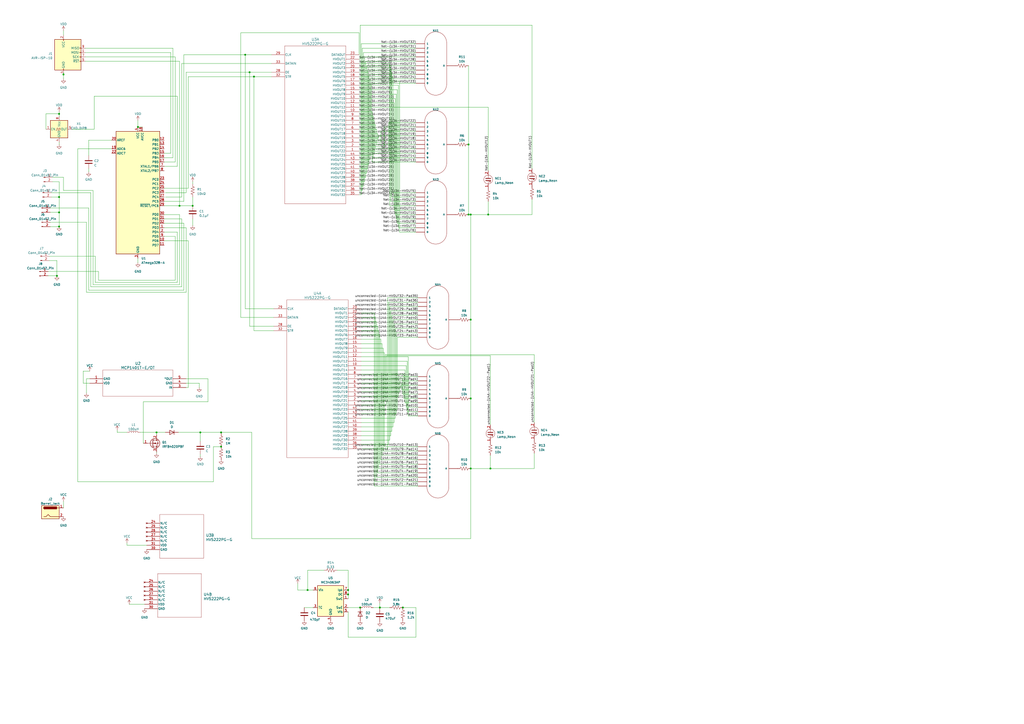
<source format=kicad_sch>
(kicad_sch (version 20230121) (generator eeschema)
  (paper "A2")
  (junction (at 283.21 124.46))
  (junction (at 104.14 119.38))
  (junction (at 142.24 31.75))
  (junction (at 34.29 66.04))
  (junction (at 34.29 123.19))
  (junction (at 90.805 250.825))
  (junction (at 273.05 185.42))
  (junction (at 233.68 352.425))
  (junction (at 116.205 250.825))
  (junction (at 144.78 41.91))
  (junction (at 33.02 160.02))
  (junction (at 273.05 271.78))
  (junction (at 80.01 73.66))
  (junction (at 111.76 119.38))
  (junction (at 208.915 352.425))
  (junction (at 273.05 231.14))
  (junction (at 147.32 44.45))
  (junction (at 178.435 342.265))
  (junction (at 271.78 83.82))
  (junction (at 271.78 124.46))
  (junction (at 34.29 131.445))
  (junction (at 220.345 352.425))
  (junction (at 128.27 250.825))
  (junction (at 36.83 43.18))
  (junction (at 201.93 344.805))
  (junction (at 273.05 124.46))
  (junction (at 284.48 271.78))
  (junction (at 201.93 342.265))
  (junction (at 128.27 259.08))
  (junction (at 34.29 114.3))
  (wire (pts (xy 95.25 88.9) (xy 99.06 88.9)))
  (wire (pts (xy 104.14 119.38) (xy 111.76 119.38)))
  (wire (pts (xy 101.6 137.16) (xy 101.6 162.56)))
  (wire (pts (xy 105.41 166.37) (xy 105.41 127)))
  (wire (pts (xy 234.315 231.14) (xy 242.57 231.14)))
  (wire (pts (xy 271.78 83.82) (xy 271.78 124.46)))
  (wire (pts (xy 104.14 165.1) (xy 53.975 165.1)))
  (wire (pts (xy 225.425 87.63) (xy 225.425 71.12)))
  (wire (pts (xy 209.55 204.47) (xy 222.885 204.47)))
  (wire (pts (xy 106.68 129.54) (xy 106.68 168.275)))
  (wire (pts (xy 242.57 223.52) (xy 232.41 223.52)))
  (wire (pts (xy 233.68 219.71) (xy 209.55 219.71)))
  (wire (pts (xy 241.3 352.425) (xy 241.3 369.57)))
  (wire (pts (xy 227.965 111.76) (xy 241.3 111.76)))
  (wire (pts (xy 228.6 245.11) (xy 228.6 187.96)))
  (wire (pts (xy 208.28 80.01) (xy 219.71 80.01)))
  (wire (pts (xy 109.22 44.45) (xy 147.32 44.45)))
  (wire (pts (xy 54.61 74.93) (xy 41.91 74.93)))
  (wire (pts (xy 172.72 338.455) (xy 172.72 342.265)))
  (wire (pts (xy 107.95 222.25) (xy 115.57 222.25)))
  (wire (pts (xy 101.6 93.98) (xy 101.6 33.02)))
  (wire (pts (xy 219.075 189.23) (xy 219.075 274.32)))
  (wire (pts (xy 242.57 228.6) (xy 233.68 228.6)))
  (wire (pts (xy 222.885 204.47) (xy 222.885 259.08)))
  (wire (pts (xy 215.265 48.26) (xy 215.265 90.17)))
  (wire (pts (xy 80.01 73.66) (xy 82.55 73.66)))
  (wire (pts (xy 227.33 182.88) (xy 242.57 182.88)))
  (wire (pts (xy 33.02 151.13) (xy 33.02 160.02)))
  (wire (pts (xy 107.95 169.545) (xy 107.95 132.08)))
  (wire (pts (xy 226.06 255.27) (xy 226.06 177.8)))
  (wire (pts (xy 208.915 34.29) (xy 208.28 34.29)))
  (wire (pts (xy 208.28 52.07) (xy 230.505 52.07)))
  (wire (pts (xy 116.205 250.825) (xy 116.205 255.905)))
  (wire (pts (xy 235.585 212.09) (xy 235.585 236.22)))
  (wire (pts (xy 220.345 352.425) (xy 220.345 353.06)))
  (wire (pts (xy 109.22 224.79) (xy 107.95 224.79)))
  (wire (pts (xy 201.93 330.835) (xy 201.93 342.265)))
  (wire (pts (xy 228.6 187.96) (xy 242.57 187.96)))
  (wire (pts (xy 218.44 276.86) (xy 218.44 186.69)))
  (wire (pts (xy 36.83 110.49) (xy 36.83 102.87)))
  (wire (pts (xy 100.33 27.94) (xy 100.33 91.44)))
  (wire (pts (xy 95.25 116.84) (xy 106.68 116.84)))
  (wire (pts (xy 104.14 35.56) (xy 104.14 119.38)))
  (wire (pts (xy 220.98 196.85) (xy 209.55 196.85)))
  (wire (pts (xy 242.57 281.94) (xy 217.17 281.94)))
  (wire (pts (xy 123.825 279.4) (xy 45.085 279.4)))
  (wire (pts (xy 50.165 128.905) (xy 50.165 169.545)))
  (wire (pts (xy 308.61 14.605) (xy 208.915 14.605)))
  (wire (pts (xy 235.585 236.22) (xy 242.57 236.22)))
  (wire (pts (xy 55.245 163.83) (xy 102.87 163.83)))
  (wire (pts (xy 95.25 137.16) (xy 101.6 137.16)))
  (wire (pts (xy 210.185 110.49) (xy 210.185 27.94)))
  (wire (pts (xy 139.7 184.15) (xy 158.75 184.15)))
  (wire (pts (xy 209.55 113.03) (xy 208.28 113.03)))
  (wire (pts (xy 208.28 74.93) (xy 218.44 74.93)))
  (wire (pts (xy 83.185 257.175) (xy 83.185 233.045)))
  (wire (pts (xy 95.885 114.3) (xy 105.41 114.3)))
  (wire (pts (xy 104.14 124.46) (xy 104.14 165.1)))
  (wire (pts (xy 81.28 250.825) (xy 90.805 250.825)))
  (wire (pts (xy 139.7 19.05) (xy 139.7 184.15)))
  (wire (pts (xy 242.57 238.76) (xy 236.22 238.76)))
  (wire (pts (xy 109.22 44.45) (xy 109.22 109.22)))
  (wire (pts (xy 230.505 129.54) (xy 241.3 129.54)))
  (wire (pts (xy 99.06 30.48) (xy 49.53 30.48)))
  (wire (pts (xy 106.68 168.275) (xy 51.435 168.275)))
  (wire (pts (xy 29.21 128.905) (xy 50.165 128.905)))
  (wire (pts (xy 226.695 180.34) (xy 226.695 252.73)))
  (wire (pts (xy 217.17 281.94) (xy 217.17 181.61)))
  (wire (pts (xy 201.93 369.57) (xy 201.93 354.965)))
  (wire (pts (xy 26.67 74.93) (xy 26.67 66.04)))
  (wire (pts (xy 213.36 40.64) (xy 241.3 40.64)))
  (wire (pts (xy 273.05 124.46) (xy 283.21 124.46)))
  (wire (pts (xy 211.455 33.02) (xy 241.3 33.02)))
  (wire (pts (xy 106.68 31.75) (xy 142.24 31.75)))
  (wire (pts (xy 142.24 31.75) (xy 157.48 31.75)))
  (wire (pts (xy 220.345 349.885) (xy 220.345 352.425)))
  (wire (pts (xy 29.845 114.3) (xy 34.29 114.3)))
  (wire (pts (xy 309.88 205.74) (xy 223.52 205.74)))
  (wire (pts (xy 34.29 105.41) (xy 34.29 114.3)))
  (wire (pts (xy 48.26 215.265) (xy 52.07 215.265)))
  (wire (pts (xy 241.3 121.92) (xy 228.6 121.92)))
  (wire (pts (xy 52.07 222.25) (xy 48.26 222.25)))
  (wire (pts (xy 227.965 44.45) (xy 227.965 111.76)))
  (wire (pts (xy 208.28 85.09) (xy 222.885 85.09)))
  (wire (pts (xy 144.78 41.91) (xy 144.78 189.23)))
  (wire (pts (xy 229.87 240.03) (xy 209.55 240.03)))
  (wire (pts (xy 223.52 205.74) (xy 223.52 232.41)))
  (wire (pts (xy 241.3 83.82) (xy 218.44 83.82)))
  (wire (pts (xy 51.435 81.28) (xy 64.77 81.28)))
  (wire (pts (xy 273.05 185.42) (xy 273.05 124.46)))
  (wire (pts (xy 54.61 55.88) (xy 54.61 74.93)))
  (wire (pts (xy 209.55 207.01) (xy 236.855 207.01)))
  (wire (pts (xy 208.28 72.39) (xy 217.805 72.39)))
  (wire (pts (xy 50.165 227.965) (xy 50.165 219.71)))
  (wire (pts (xy 231.14 132.08) (xy 231.14 49.53)))
  (wire (pts (xy 201.93 352.425) (xy 208.915 352.425)))
  (wire (pts (xy 220.98 82.55) (xy 220.98 76.2)))
  (wire (pts (xy 80.01 149.86) (xy 80.01 152.4)))
  (wire (pts (xy 209.55 25.4) (xy 209.55 113.03)))
  (wire (pts (xy 236.855 241.3) (xy 242.57 241.3)))
  (wire (pts (xy 220.98 266.7) (xy 220.98 196.85)))
  (wire (pts (xy 48.26 222.25) (xy 48.26 215.265)))
  (wire (pts (xy 34.29 131.445) (xy 29.21 131.445)))
  (wire (pts (xy 241.3 369.57) (xy 201.93 369.57)))
  (wire (pts (xy 219.075 77.47) (xy 219.075 81.28)))
  (wire (pts (xy 102.87 55.88) (xy 54.61 55.88)))
  (wire (pts (xy 231.775 220.98) (xy 231.775 227.33)))
  (wire (pts (xy 95.25 96.52) (xy 102.87 96.52)))
  (wire (pts (xy 158.75 191.77) (xy 147.32 191.77)))
  (wire (pts (xy 172.72 342.265) (xy 178.435 342.265)))
  (wire (pts (xy 45.085 86.36) (xy 64.77 86.36)))
  (wire (pts (xy 241.3 73.66) (xy 222.885 73.66)))
  (wire (pts (xy 217.805 72.39) (xy 217.805 86.36)))
  (wire (pts (xy 105.41 114.3) (xy 105.41 36.83)))
  (wire (pts (xy 234.95 233.68) (xy 234.95 214.63)))
  (wire (pts (xy 210.185 27.94) (xy 241.3 27.94)))
  (wire (pts (xy 208.28 31.75) (xy 208.28 19.05)))
  (wire (pts (xy 208.28 95.25) (xy 213.995 95.25)))
  (wire (pts (xy 227.965 247.65) (xy 209.55 247.65)))
  (wire (pts (xy 219.71 78.74) (xy 219.71 80.01)))
  (wire (pts (xy 231.14 229.87) (xy 209.55 229.87)))
  (wire (pts (xy 50.165 219.71) (xy 52.07 219.71)))
  (wire (pts (xy 233.68 352.425) (xy 241.3 352.425)))
  (wire (pts (xy 226.695 252.73) (xy 209.55 252.73)))
  (wire (pts (xy 120.65 219.71) (xy 107.95 219.71)))
  (wire (pts (xy 229.87 54.61) (xy 208.28 54.61)))
  (wire (pts (xy 105.41 36.83) (xy 157.48 36.83)))
  (wire (pts (xy 212.09 102.87) (xy 212.09 35.56)))
  (wire (pts (xy 225.425 71.12) (xy 241.3 71.12)))
  (wire (pts (xy 111.76 127) (xy 111.76 130.81)))
  (wire (pts (xy 229.235 190.5) (xy 242.57 190.5)))
  (wire (pts (xy 224.155 206.375) (xy 284.48 206.375)))
  (wire (pts (xy 242.57 180.34) (xy 226.695 180.34)))
  (wire (pts (xy 212.725 38.1) (xy 212.725 100.33)))
  (wire (pts (xy 208.28 97.79) (xy 213.36 97.79)))
  (wire (pts (xy 53.975 110.49) (xy 36.83 110.49)))
  (wire (pts (xy 231.775 46.99) (xy 231.775 134.62)))
  (wire (pts (xy 105.41 127) (xy 95.25 127)))
  (wire (pts (xy 111.76 114.3) (xy 111.76 119.38)))
  (wire (pts (xy 120.65 233.045) (xy 120.65 219.71)))
  (wire (pts (xy 229.235 124.46) (xy 241.3 124.46)))
  (wire (pts (xy 34.29 66.04) (xy 34.29 67.31)))
  (wire (pts (xy 208.28 44.45) (xy 227.965 44.45)))
  (wire (pts (xy 36.83 17.78) (xy 36.83 20.32)))
  (wire (pts (xy 284.48 271.78) (xy 309.88 271.78)))
  (wire (pts (xy 209.55 212.09) (xy 235.585 212.09)))
  (wire (pts (xy 211.455 105.41) (xy 211.455 33.02)))
  (wire (pts (xy 232.41 224.79) (xy 209.55 224.79)))
  (wire (pts (xy 34.29 82.55) (xy 34.29 83.82)))
  (wire (pts (xy 210.82 107.95) (xy 208.28 107.95)))
  (wire (pts (xy 67.945 250.825) (xy 73.66 250.825)))
  (wire (pts (xy 147.32 191.77) (xy 147.32 44.45)))
  (wire (pts (xy 209.55 184.15) (xy 217.805 184.15)))
  (wire (pts (xy 208.28 87.63) (xy 225.425 87.63)))
  (wire (pts (xy 225.425 175.26) (xy 225.425 257.81)))
  (wire (pts (xy 102.87 96.52) (xy 102.87 55.88)))
  (wire (pts (xy 57.15 157.48) (xy 27.94 157.48)))
  (wire (pts (xy 230.505 237.49) (xy 230.505 195.58)))
  (wire (pts (xy 227.33 41.91) (xy 208.28 41.91)))
  (wire (pts (xy 242.57 266.7) (xy 220.98 266.7)))
  (wire (pts (xy 241.3 127) (xy 229.87 127)))
  (wire (pts (xy 219.71 271.78) (xy 219.71 191.77)))
  (wire (pts (xy 236.22 209.55) (xy 209.55 209.55)))
  (wire (pts (xy 52.705 111.76) (xy 52.705 166.37)))
  (wire (pts (xy 241.3 25.4) (xy 209.55 25.4)))
  (wire (pts (xy 101.6 33.02) (xy 49.53 33.02)))
  (wire (pts (xy 29.21 123.19) (xy 34.29 123.19)))
  (wire (pts (xy 220.98 76.2) (xy 241.3 76.2)))
  (wire (pts (xy 90.805 262.255) (xy 90.805 262.89)))
  (wire (pts (xy 142.24 179.07) (xy 142.24 31.75)))
  (wire (pts (xy 241.3 48.26) (xy 215.265 48.26)))
  (wire (pts (xy 234.95 214.63) (xy 209.55 214.63)))
  (wire (pts (xy 230.505 195.58) (xy 242.57 195.58)))
  (wire (pts (xy 241.3 132.08) (xy 231.14 132.08)))
  (wire (pts (xy 241.3 114.3) (xy 227.33 114.3)))
  (wire (pts (xy 209.55 234.95) (xy 224.155 234.95)))
  (wire (pts (xy 242.57 185.42) (xy 227.965 185.42)))
  (wire (pts (xy 208.28 67.31) (xy 216.535 67.31)))
  (wire (pts (xy 233.045 226.06) (xy 242.57 226.06)))
  (wire (pts (xy 217.805 184.15) (xy 217.805 279.4)))
  (wire (pts (xy 229.87 193.04) (xy 241.935 193.04)))
  (wire (pts (xy 103.505 250.825) (xy 116.205 250.825)))
  (wire (pts (xy 231.14 218.44) (xy 231.14 229.87)))
  (wire (pts (xy 209.55 194.31) (xy 220.345 194.31)))
  (wire (pts (xy 195.58 330.835) (xy 201.93 330.835)))
  (wire (pts (xy 216.535 91.44) (xy 241.3 91.44)))
  (wire (pts (xy 209.55 222.25) (xy 233.045 222.25)))
  (wire (pts (xy 309.88 271.78) (xy 309.88 262.89)))
  (wire (pts (xy 214.63 45.72) (xy 241.3 45.72)))
  (wire (pts (xy 241.3 30.48) (xy 210.82 30.48)))
  (wire (pts (xy 273.05 312.42) (xy 146.05 312.42)))
  (wire (pts (xy 241.3 78.74) (xy 219.71 78.74)))
  (wire (pts (xy 216.535 67.31) (xy 216.535 91.44)))
  (wire (pts (xy 34.29 123.19) (xy 34.29 131.445)))
  (wire (pts (xy 213.36 97.79) (xy 213.36 40.64)))
  (wire (pts (xy 242.57 220.98) (xy 231.775 220.98)))
  (wire (pts (xy 144.78 41.91) (xy 157.48 41.91)))
  (wire (pts (xy 201.93 344.805) (xy 201.93 347.345)))
  (wire (pts (xy 226.06 119.38) (xy 241.3 119.38)))
  (wire (pts (xy 221.615 199.39) (xy 221.615 264.16)))
  (wire (pts (xy 95.25 139.7) (xy 109.22 139.7)))
  (wire (pts (xy 234.315 217.17) (xy 234.315 231.14)))
  (wire (pts (xy 236.855 207.01) (xy 236.855 241.3)))
  (wire (pts (xy 36.83 43.18) (xy 36.83 45.72)))
  (wire (pts (xy 212.725 100.33) (xy 208.28 100.33)))
  (wire (pts (xy 273.05 124.46) (xy 271.78 124.46)))
  (wire (pts (xy 224.79 260.35) (xy 224.79 172.72)))
  (wire (pts (xy 226.695 116.84) (xy 241.3 116.84)))
  (wire (pts (xy 116.205 263.525) (xy 116.205 264.795)))
  (wire (pts (xy 223.52 232.41) (xy 209.55 232.41)))
  (wire (pts (xy 90.805 250.825) (xy 95.885 250.825)))
  (wire (pts (xy 109.22 139.7) (xy 109.22 224.79)))
  (wire (pts (xy 226.06 36.83) (xy 226.06 119.38)))
  (wire (pts (xy 95.885 111.76) (xy 107.95 111.76)))
  (wire (pts (xy 208.28 102.87) (xy 212.09 102.87)))
  (wire (pts (xy 208.28 110.49) (xy 210.185 110.49)))
  (wire (pts (xy 144.78 189.23) (xy 158.75 189.23)))
  (wire (pts (xy 208.28 82.55) (xy 220.98 82.55)))
  (wire (pts (xy 85.09 316.23) (xy 73.66 316.23)))
  (wire (pts (xy 101.6 162.56) (xy 57.15 162.56)))
  (wire (pts (xy 28.575 148.59) (xy 55.245 148.59)))
  (wire (pts (xy 52.705 166.37) (xy 105.41 166.37)))
  (wire (pts (xy 209.55 199.39) (xy 221.615 199.39)))
  (wire (pts (xy 209.55 250.19) (xy 227.33 250.19)))
  (wire (pts (xy 178.435 342.265) (xy 178.435 330.835)))
  (wire (pts (xy 220.345 269.24) (xy 242.57 269.24)))
  (wire (pts (xy 49.53 35.56) (xy 104.14 35.56)))
  (wire (pts (xy 95.25 124.46) (xy 104.14 124.46)))
  (wire (pts (xy 74.93 350.52) (xy 83.82 350.52)))
  (wire (pts (xy 146.05 312.42) (xy 146.05 250.825)))
  (wire (pts (xy 222.25 261.62) (xy 222.25 201.93)))
  (wire (pts (xy 208.28 39.37) (xy 226.695 39.37)))
  (wire (pts (xy 107.95 111.76) (xy 107.95 41.91)))
  (wire (pts (xy 90.805 250.825) (xy 90.805 252.095)))
  (wire (pts (xy 242.57 276.86) (xy 218.44 276.86)))
  (wire (pts (xy 227.33 250.19) (xy 227.33 182.88)))
  (wire (pts (xy 283.21 124.46) (xy 308.61 124.46)))
  (wire (pts (xy 57.15 162.56) (xy 57.15 157.48)))
  (wire (pts (xy 309.88 245.11) (xy 309.88 205.74)))
  (wire (pts (xy 209.55 242.57) (xy 229.235 242.57)))
  (wire (pts (xy 218.44 83.82) (xy 218.44 74.93)))
  (wire (pts (xy 201.93 342.265) (xy 201.93 344.805)))
  (wire (pts (xy 222.885 259.08) (xy 242.57 259.08)))
  (wire (pts (xy 222.25 201.93) (xy 209.55 201.93)))
  (wire (pts (xy 229.235 242.57) (xy 229.235 190.5)))
  (wire (pts (xy 228.6 121.92) (xy 228.6 59.69)))
  (wire (pts (xy 111.76 105.41) (xy 111.76 106.68)))
  (wire (pts (xy 115.57 222.25) (xy 115.57 224.79)))
  (wire (pts (xy 51.435 97.79) (xy 51.435 99.695)))
  (wire (pts (xy 53.975 165.1) (xy 53.975 110.49)))
  (wire (pts (xy 100.33 91.44) (xy 95.25 91.44)))
  (wire (pts (xy 217.17 69.85) (xy 208.28 69.85)))
  (wire (pts (xy 242.57 218.44) (xy 231.14 218.44)))
  (wire (pts (xy 208.915 14.605) (xy 208.915 34.29)))
  (wire (pts (xy 217.805 279.4) (xy 242.57 279.4)))
  (wire (pts (xy 51.435 168.275) (xy 51.435 120.65)))
  (wire (pts (xy 217.17 181.61) (xy 209.55 181.61)))
  (wire (pts (xy 229.235 57.15) (xy 229.235 124.46)))
  (wire (pts (xy 224.155 234.95) (xy 224.155 206.375)))
  (wire (pts (xy 219.075 81.28) (xy 241.3 81.28)))
  (wire (pts (xy 99.06 88.9) (xy 99.06 30.48)))
  (wire (pts (xy 50.165 169.545) (xy 107.95 169.545)))
  (wire (pts (xy 220.345 352.425) (xy 226.06 352.425)))
  (wire (pts (xy 80.01 69.85) (xy 80.01 73.66)))
  (wire (pts (xy 213.995 43.18) (xy 213.995 95.25)))
  (wire (pts (xy 208.28 90.17) (xy 215.265 90.17)))
  (wire (pts (xy 209.55 255.27) (xy 226.06 255.27)))
  (wire (pts (xy 230.505 52.07) (xy 230.505 129.54)))
  (wire (pts (xy 67.945 249.555) (xy 67.945 250.825)))
  (wire (pts (xy 158.75 179.07) (xy 142.24 179.07)))
  (wire (pts (xy 147.32 44.45) (xy 157.48 44.45)))
  (wire (pts (xy 231.775 227.33) (xy 209.55 227.33)))
  (wire (pts (xy 209.55 217.17) (xy 234.315 217.17)))
  (wire (pts (xy 229.87 193.04) (xy 229.87 240.03)))
  (wire (pts (xy 233.68 228.6) (xy 233.68 219.71)))
  (wire (pts (xy 95.25 93.98) (xy 101.6 93.98)))
  (wire (pts (xy 217.805 86.36) (xy 241.3 86.36)))
  (wire (pts (xy 209.55 237.49) (xy 230.505 237.49)))
  (wire (pts (xy 209.55 245.11) (xy 228.6 245.11)))
  (wire (pts (xy 107.95 132.08) (xy 95.25 132.08)))
  (wire (pts (xy 215.9 93.98) (xy 215.9 64.77)))
  (wire (pts (xy 242.57 261.62) (xy 222.25 261.62)))
  (wire (pts (xy 233.045 222.25) (xy 233.045 226.06)))
  (wire (pts (xy 284.48 206.375) (xy 284.48 246.38)))
  (wire (pts (xy 241.3 93.98) (xy 215.9 93.98)))
  (wire (pts (xy 95.25 129.54) (xy 106.68 129.54)))
  (wire (pts (xy 219.71 191.77) (xy 209.55 191.77)))
  (wire (pts (xy 36.83 102.87) (xy 30.48 102.87)))
  (wire (pts (xy 227.33 114.3) (xy 227.33 41.91)))
  (wire (pts (xy 221.615 264.16) (xy 242.57 264.16)))
  (wire (pts (xy 208.28 77.47) (xy 219.075 77.47)))
  (wire (pts (xy 229.87 127) (xy 229.87 54.61)))
  (wire (pts (xy 27.94 160.02) (xy 33.02 160.02)))
  (wire (pts (xy 146.05 250.825) (xy 128.27 250.825)))
  (wire (pts (xy 283.21 62.23) (xy 283.21 99.06)))
  (wire (pts (xy 26.67 66.04) (xy 34.29 66.04)))
  (wire (pts (xy 123.825 259.08) (xy 123.825 279.4)))
  (wire (pts (xy 210.185 260.35) (xy 224.79 260.35)))
  (wire (pts (xy 208.28 57.15) (xy 229.235 57.15)))
  (wire (pts (xy 36.83 41.91) (xy 36.83 43.18)))
  (wire (pts (xy 30.48 105.41) (xy 34.29 105.41)))
  (wire (pts (xy 216.535 352.425) (xy 220.345 352.425)))
  (wire (pts (xy 283.21 124.46) (xy 283.21 116.84)))
  (wire (pts (xy 308.61 97.79) (xy 308.61 14.605)))
  (wire (pts (xy 232.41 223.52) (xy 232.41 224.79)))
  (wire (pts (xy 220.345 194.31) (xy 220.345 269.24)))
  (wire (pts (xy 308.61 124.46) (xy 308.61 115.57)))
  (wire (pts (xy 36.83 294.64) (xy 36.83 290.83)))
  (wire (pts (xy 226.06 177.8) (xy 242.57 177.8)))
  (wire (pts (xy 273.05 231.14) (xy 273.05 271.78)))
  (wire (pts (xy 225.425 257.81) (xy 209.55 257.81)))
  (wire (pts (xy 128.27 250.825) (xy 128.27 251.46)))
  (wire (pts (xy 284.48 271.78) (xy 284.48 264.16)))
  (wire (pts (xy 241.3 43.18) (xy 213.995 43.18)))
  (wire (pts (xy 218.44 186.69) (xy 209.55 186.69)))
  (wire (pts (xy 208.28 92.71) (xy 214.63 92.71)))
  (wire (pts (xy 102.87 134.62) (xy 95.25 134.62)))
  (wire (pts (xy 209.55 189.23) (xy 219.075 189.23)))
  (wire (pts (xy 178.435 342.265) (xy 181.61 342.265)))
  (wire (pts (xy 241.3 88.9) (xy 217.17 88.9)))
  (wire (pts (xy 273.05 185.42) (xy 273.05 231.14)))
  (wire (pts (xy 34.29 64.77) (xy 34.29 66.04)))
  (wire (pts (xy 109.22 109.22) (xy 95.25 109.22)))
  (wire (pts (xy 222.885 73.66) (xy 222.885 85.09)))
  (wire (pts (xy 215.9 64.77) (xy 208.28 64.77)))
  (wire (pts (xy 212.09 35.56) (xy 241.3 35.56)))
  (wire (pts (xy 73.66 314.96) (xy 73.66 316.23)))
  (wire (pts (xy 231.14 49.53) (xy 208.28 49.53)))
  (wire (pts (xy 227.965 185.42) (xy 227.965 247.65)))
  (wire (pts (xy 45.085 279.4) (xy 45.085 86.36)))
  (wire (pts (xy 83.185 233.045) (xy 120.65 233.045)))
  (wire (pts (xy 231.775 134.62) (xy 241.3 134.62)))
  (wire (pts (xy 51.435 120.65) (xy 29.21 120.65)))
  (wire (pts (xy 271.78 38.1) (xy 271.78 83.82)))
  (wire (pts (xy 107.95 41.91) (xy 144.78 41.91)))
  (wire (pts (xy 242.57 271.78) (xy 219.71 271.78)))
  (wire (pts (xy 49.53 27.94) (xy 100.33 27.94)))
  (wire (pts (xy 106.68 116.84) (xy 106.68 31.75)))
  (wire (pts (xy 55.245 148.59) (xy 55.245 163.83)))
  (wire (pts (xy 116.205 250.825) (xy 128.27 250.825)))
  (wire (pts (xy 208.28 62.23) (xy 283.21 62.23)))
  (wire (pts (xy 210.82 30.48) (xy 210.82 107.95)))
  (wire (pts (xy 217.17 88.9) (xy 217.17 69.85)))
  (wire (pts (xy 102.87 163.83) (xy 102.87 134.62)))
  (wire (pts (xy 34.29 114.3) (xy 34.29 123.19)))
  (wire (pts (xy 242.57 233.68) (xy 234.95 233.68)))
  (wire (pts (xy 176.53 352.425) (xy 181.61 352.425)))
  (wire (pts (xy 178.435 330.835) (xy 187.96 330.835)))
  (wire (pts (xy 273.05 271.78) (xy 284.48 271.78)))
  (wire (pts (xy 51.435 90.17) (xy 51.435 81.28)))
  (wire (pts (xy 273.05 271.78) (xy 273.05 312.42)))
  (wire (pts (xy 219.075 274.32) (xy 242.57 274.32)))
  (wire (pts (xy 208.28 105.41) (xy 211.455 105.41)))
  (wire (pts (xy 214.63 92.71) (xy 214.63 45.72)))
  (wire (pts (xy 208.28 46.99) (xy 231.775 46.99)))
  (wire (pts (xy 128.27 259.08) (xy 123.825 259.08)))
  (wire (pts (xy 242.57 175.26) (xy 225.425 175.26)))
  (wire (pts (xy 224.79 172.72) (xy 242.57 172.72)))
  (wire (pts (xy 228.6 59.69) (xy 208.28 59.69)))
  (wire (pts (xy 208.28 19.05) (xy 139.7 19.05)))
  (wire (pts (xy 28.575 151.13) (xy 33.02 151.13)))
  (wire (pts (xy 29.845 111.76) (xy 52.705 111.76)))
  (wire (pts (xy 236.22 238.76) (xy 236.22 209.55)))
  (wire (pts (xy 95.25 119.38) (xy 104.14 119.38)))
  (wire (pts (xy 208.28 36.83) (xy 226.06 36.83)))
  (wire (pts (xy 241.3 38.1) (xy 212.725 38.1)))
  (wire (pts (xy 226.695 39.37) (xy 226.695 116.84)))
  (label "Net-(U3A-HVOUT11)" (at 241.3 121.92 180))
  (label "unconnected-(U4A-HVOUT6-Pad17)" (at 242.57 269.24 180))
  (label "unconnected-(U4A-HVOUT9-Pad14)" (at 242.57 261.62 180))
  (label "Net-(U3A-HVOUT23)" (at 208.28 90.17 0))
  (label "Net-(U3A-HVOUT31)" (at 208.28 110.49 0))
  (label "Net-(U3A-HVOUT18)" (at 241.3 81.28 180))
  (label "Net-(U3A-HVOUT9)" (at 208.28 54.61 0))
  (label "Net-(U3A-HVOUT2)" (at 208.28 36.83 0))
  (label "Net-(U3A-HVOUT29)" (at 208.28 105.41 0))
  (label "Net-(U3A-HVOUT27)" (at 241.3 38.1 180))
  (label "Net-(U3A-HVOUT26)" (at 208.28 97.79 0))
  (label "Net-(U3A-HVOUT19)" (at 208.28 80.01 0))
  (label "Net-(U3A-HVOUT3)" (at 208.28 39.37 0))
  (label "Net-(U3A-HVOUT4)" (at 208.28 41.91 0))
  (label "Net-(U3A-HVOUT13)" (at 208.28 64.77 0))
  (label "unconnected-(U4A-HVOUT22-Pad1)" (at 284.48 246.38 90))
  (label "unconnected-(U4A-HVOUT28-Pad39)" (at 242.57 182.88 180))
  (label "Net-(U3A-HVOUT6)" (at 208.28 46.99 0))
  (label "unconnected-(U4A-HVOUT10-Pad13)" (at 242.57 259.08 180))
  (label "unconnected-(U4A-HVOUT17-Pad6)" (at 242.57 226.06 180))
  (label "Net-(U3A-HVOUT28)" (at 208.28 102.87 0))
  (label "unconnected-(U4A-HVOUT11-Pad12)" (at 242.57 241.3 180))
  (label "Net-(U3A-HVOUT14)" (at 208.28 67.31 0))
  (label "Net-(U3A-HVOUT5)" (at 241.3 111.76 180))
  (label "Net-(U3A-HVOUT16)" (at 208.28 72.39 0))
  (label "unconnected-(U4A-HVOUT30-Pad37)" (at 242.57 177.8 180))
  (label "Net-(U3A-HVOUT2)" (at 241.3 119.38 180))
  (label "Net-(U3A-HVOUT8)" (at 208.28 52.07 0))
  (label "unconnected-(U4A-HVOUT32-Pad35)" (at 242.57 172.72 180))
  (label "Net-(U3A-HVOUT23)" (at 241.3 48.26 180))
  (label "unconnected-(U4A-HVOUT1-Pad22)" (at 242.57 281.94 180))
  (label "Net-(U3A-HVOUT21)" (at 208.28 85.09 0))
  (label "Net-(U3A-HVOUT17)" (at 208.28 74.93 0))
  (label "Net-(U3A-HVOUT10)" (at 241.3 124.46 180))
  (label "Net-(U3A-HVOUT12)" (at 208.28 62.23 0))
  (label "Net-(U3A-HVOUT31)" (at 241.3 27.94 180))
  (label "unconnected-(U4A-HVOUT14-Pad9)" (at 242.57 233.68 180))
  (label "Net-(U3A-HVOUT30)" (at 241.3 30.48 180))
  (label "Net-(U3A-HVOUT30)" (at 208.28 107.95 0))
  (label "Net-(U3A-HVOUT12)" (at 283.21 99.06 90))
  (label "Net-(U3A-HVOUT7)" (at 241.3 132.08 180))
  (label "unconnected-(U4A-HVOUT31-Pad36)" (at 242.57 175.26 180))
  (label "unconnected-(U4A-HVOUT12-Pad11)" (at 242.57 238.76 180))
  (label "unconnected-(U4A-HVOUT16-Pad7)" (at 242.57 228.6 180))
  (label "Net-(U3A-HVOUT1)" (at 308.61 97.79 90))
  (label "Net-(U3A-HVOUT17)" (at 241.3 83.82 180))
  (label "Net-(U3A-HVOUT27)" (at 208.28 100.33 0))
  (label "Net-(U3A-HVOUT28)" (at 241.3 35.56 180))
  (label "Net-(U3A-HVOUT3)" (at 241.3 116.84 180))
  (label "unconnected-(U4A-HVOUT21-Pad2)" (at 309.88 245.11 90))
  (label "Net-(U3A-HVOUT10)" (at 208.28 57.15 0))
  (label "Net-(U3A-HVOUT7)" (at 208.28 49.53 0))
  (label "Net-(U3A-HVOUT9)" (at 241.3 127 180))
  (label "unconnected-(U4A-HVOUT7-Pad16)" (at 242.57 266.7 180))
  (label "unconnected-(U4A-HVOUT29-Pad38)" (at 242.57 180.34 180))
  (label "Net-(U3A-HVOUT26)" (at 241.3 40.64 180))
  (label "Net-(U3A-HVOUT20)" (at 241.3 76.2 180))
  (label "Net-(U3A-HVOUT1)" (at 208.28 34.29 0))
  (label "Net-(U3A-HVOUT22)" (at 208.28 87.63 0))
  (label "Net-(U3A-HVOUT20)" (at 208.28 82.55 0))
  (label "Net-(U3A-HVOUT24)" (at 241.3 45.72 180))
  (label "unconnected-(U4A-HVOUT19-Pad4)" (at 242.57 220.98 180))
  (label "unconnected-(U4A-HVOUT3-Pad20)" (at 242.57 276.86 180))
  (label "Net-(U3A-HVOUT18)" (at 208.28 77.47 0))
  (label "Net-(U3A-HVOUT13)" (at 241.3 93.98 180))
  (label "unconnected-(U4A-HVOUT15-Pad8)" (at 242.57 231.14 180))
  (label "unconnected-(U4A-HVOUT18-Pad5)" (at 242.57 223.52 180))
  (label "Net-(U3A-HVOUT29)" (at 241.3 33.02 180))
  (label "Net-(U3A-HVOUT19)" (at 241.3 78.74 180))
  (label "Net-(U3A-HVOUT14)" (at 241.3 91.44 180))
  (label "unconnected-(U4A-HVOUT20-Pad3)" (at 242.57 218.44 180))
  (label "unconnected-(U4A-HVOUT4-Pad19)" (at 242.57 274.32 180))
  (label "Net-(U3A-HVOUT21)" (at 241.3 73.66 180))
  (label "Net-(U3A-HVOUT25)" (at 208.28 95.25 0))
  (label "Net-(U3A-HVOUT24)" (at 208.28 92.71 0))
  (label "unconnected-(U4A-HVOUT5-Pad18)" (at 242.57 271.78 180))
  (label "unconnected-(U4A-HVOUT26-Pad41)" (at 242.57 187.96 180))
  (label "unconnected-(U4A-HVOUT2-Pad21)" (at 242.57 279.4 180))
  (label "Net-(U3A-HVOUT11)" (at 208.28 59.69 0))
  (label "unconnected-(U4A-HVOUT8-Pad15)" (at 242.57 264.16 180))
  (label "Net-(U3A-HVOUT5)" (at 208.28 44.45 0))
  (label "Net-(U3A-HVOUT25)" (at 241.3 43.18 180))
  (label "Net-(U3A-HVOUT4)" (at 241.3 114.3 180))
  (label "Net-(U3A-HVOUT6)" (at 241.3 134.62 180))
  (label "Net-(U3A-HVOUT15)" (at 208.28 69.85 0))
  (label "Net-(U3A-HVOUT8)" (at 241.3 129.54 180))
  (label "Net-(U3A-HVOUT15)" (at 241.3 88.9 180))
  (label "unconnected-(U4A-HVOUT27-Pad40)" (at 242.57 185.42 180))
  (label "Net-(U3A-HVOUT22)" (at 241.3 71.12 180))
  (label "Net-(U3A-HVOUT16)" (at 241.3 86.36 180))
  (label "Net-(U3A-HVOUT32)" (at 208.28 113.03 0))
  (label "unconnected-(U4A-HVOUT23-Pad44)" (at 242.57 195.58 180))
  (label "unconnected-(U4A-HVOUT25-Pad42)" (at 242.57 190.5 180))
  (label "Net-(U3A-HVOUT32)" (at 241.3 25.4 180))
  (label "unconnected-(U4A-HVOUT13-Pad10)" (at 242.57 236.22 180))
  (label "unconnected-(U4A-HVOUT24-Pad43)" (at 242.57 193.04 180))
  (symbol (lib_id "Connector:Conn_01x02_Pin") (at 23.495 148.59 0) (unit 1)
    (property "Reference" "J7" (at 24.13 144.145 0))
    (property "Value" "Conn_01x02_Pin" (at 24.13 146.685 0))
    (property "Footprint" "Connector_PinHeader_2.54mm:PinHeader_1x02_P2.54mm_Vertical" (effects hide))
  )
  (symbol (lib_id "Device:R_US") (at 267.97 83.82 90) (unit 1)
    (property "Reference" "R6" (at 267.97 78.74 90))
    (property "Value" "10k" (at 267.97 81.28 90))
    (property "Footprint" "Resistor_THT:R_Axial_DIN0207_L6.3mm_D2.5mm_P2.54mm_Vertical" (effects hide))
  )
  (symbol (lib_id "MCU_Microchip_ATmega:ATmega328-A") (at 80.01 111.76 0) (unit 1)
    (property "Reference" "U1" (at 81.9659 149.86 0) (effects (justify left)))
    (property "Value" "ATmega328-A" (at 81.9659 152.4 0) (effects (justify left)))
    (property "Footprint" "Package_QFP:TQFP-32_7x7mm_P0.8mm" (effects hide))
    (property "Datasheet" "http://ww1.microchip.com/downloads/en/DeviceDoc/ATmega328_P%20AVR%20MCU%20with%20picoPower%20Technology%20Data%20Sheet%2040001984A.pdf" (effects hide))
  )
  (symbol (lib_id "power:GND") (at 34.29 131.445 0) (unit 1)
    (property "Reference" "#PWR030" (effects hide))
    (property "Value" "GND" (at 34.29 135.89 0))
  )
  (symbol (lib_id "Device:R_US") (at 128.27 255.27 0) (unit 1)
    (property "Reference" "R2" (at 130.81 254.635 0) (effects (justify left)))
    (property "Value" "1M" (at 130.81 257.175 0) (effects (justify left)))
    (property "Footprint" "Resistor_THT:R_Axial_DIN0207_L6.3mm_D2.5mm_P2.54mm_Vertical" (effects hide))
  )
  (symbol (lib_id "Oscillator:CXO_DIP8") (at 34.29 74.93 0) (unit 1)
    (property "Reference" "X1" (at 45.72 71.8059 0))
    (property "Value" "CXO_DIP8" (at 45.72 74.3459 0))
    (property "Footprint" "Oscillator:Oscillator_DIP-8" (effects hide))
    (property "Datasheet" "http://cdn-reichelt.de/documents/datenblatt/B400/OSZI.pdf" (effects hide))
  )
  (symbol (lib_id "Device:R_US") (at 229.87 352.425 90) (unit 1)
    (property "Reference" "R15" (at 229.87 347.98 90))
    (property "Value" "3.8k" (at 229.87 350.52 90))
    (property "Footprint" "Resistor_THT:R_Axial_DIN0207_L6.3mm_D2.5mm_P2.54mm_Vertical" (effects hide))
  )
  (symbol (lib_id "Connector:Conn_01x02_Pin") (at 22.86 157.48 0) (unit 1)
    (property "Reference" "J8" (at 23.495 153.035 0))
    (property "Value" "Conn_01x02_Pin" (at 23.495 155.575 0))
    (property "Footprint" "Connector_PinHeader_2.54mm:PinHeader_1x02_P2.54mm_Vertical" (effects hide))
  )
  (symbol (lib_id "import1:HV5222PG-G") (at 83.82 337.82 0) (unit 2)
    (property "Reference" "U4" (at 118.11 344.805 0) (effects (font (size 1.524 1.524)) (justify left)))
    (property "Value" "HV5222PG-G" (at 118.11 347.345 0) (effects (font (size 1.524 1.524)) (justify left)))
    (property "Footprint" "import1:QFP44_10x10MC_MCH" (effects hide))
    (property "Datasheet" "HV5222PG-G" (effects hide))
  )
  (symbol (lib_id "power:GND") (at 191.77 360.045 0) (unit 1)
    (property "Reference" "#PWR022" (effects hide))
    (property "Value" "GND" (at 191.77 364.49 0))
  )
  (symbol (lib_id "Device:C") (at 51.435 93.98 0) (unit 1)
    (property "Reference" "C2" (at 54.61 93.345 0) (effects (justify left)))
    (property "Value" "C" (at 54.61 95.885 0) (effects (justify left)))
    (property "Footprint" "Capacitor_THT:CP_Radial_D4.0mm_P1.50mm" (effects hide))
  )
  (symbol (lib_id "Device:R_US") (at 284.48 260.35 0) (unit 1)
    (property "Reference" "R12" (at 287.02 259.715 0) (effects (justify left)))
    (property "Value" "10k" (at 287.02 262.255 0) (effects (justify left)))
    (property "Footprint" "Resistor_THT:R_Axial_DIN0207_L6.3mm_D2.5mm_P2.54mm_Vertical" (effects hide))
  )
  (symbol (lib_id "Device:R_US") (at 233.68 356.235 0) (unit 1)
    (property "Reference" "R16" (at 236.22 355.6 0) (effects (justify left)))
    (property "Value" "1.2k" (at 236.22 358.14 0) (effects (justify left)))
    (property "Footprint" "Resistor_THT:R_Axial_DIN0207_L6.3mm_D2.5mm_P2.54mm_Vertical" (effects hide))
  )
  (symbol (lib_id "nixies-us:IN-12A") (at 254 38.1 0) (unit 1)
    (property "Reference" "NX1" (at 252.73 17.78 0) (effects (font (size 1.143 1.143))))
    (property "Value" "IN-12A" (effects hide))
    (property "Footprint" "nixies:nixies-us-IN-12" (effects hide))
  )
  (symbol (lib_id "power:GND") (at 51.435 99.695 0) (unit 1)
    (property "Reference" "#PWR016" (effects hide))
    (property "Value" "GND" (at 51.435 104.14 0))
  )
  (symbol (lib_id "Device:Lamp_Neon") (at 284.48 251.46 0) (unit 1)
    (property "Reference" "NE3" (at 288.29 250.825 0) (effects (justify left)))
    (property "Value" "Lamp_Neon" (at 288.29 253.365 0) (effects (justify left)))
    (property "Footprint" "LED_THT:LED_D3.0mm" (effects hide))
  )
  (symbol (lib_id "Device:R_US") (at 267.97 38.1 90) (unit 1)
    (property "Reference" "R11" (at 267.97 33.02 90))
    (property "Value" "10k" (at 267.97 35.56 90))
    (property "Footprint" "Resistor_THT:R_Axial_DIN0207_L6.3mm_D2.5mm_P2.54mm_Vertical" (effects hide))
  )
  (symbol (lib_id "power:GND") (at 116.205 264.795 0) (unit 1)
    (property "Reference" "#PWR019" (effects hide))
    (property "Value" "GND" (at 116.205 269.24 0))
  )
  (symbol (lib_id "power:VDD") (at 36.83 17.78 0) (unit 1)
    (property "Reference" "#PWR06" (effects hide))
    (property "Value" "VDD" (at 36.83 13.97 0))
  )
  (symbol (lib_id "power:VCC") (at 52.07 215.265 0) (unit 1)
    (property "Reference" "#PWR015" (effects hide))
    (property "Value" "VCC" (at 52.07 212.09 0))
  )
  (symbol (lib_id "nixies-us:IN-12A") (at 254 124.46 0) (unit 1)
    (property "Reference" "NX3" (at 252.73 104.14 0) (effects (font (size 1.143 1.143))))
    (property "Value" "IN-12A" (effects hide))
    (property "Footprint" "nixies:nixies-us-IN-12" (effects hide))
  )
  (symbol (lib_id "Device:Q_NMOS_GDS") (at 88.265 257.175 0) (unit 1)
    (property "Reference" "Q1" (at 93.98 256.54 0) (effects (justify left)))
    (property "Value" "IRFB4020PBF" (at 93.98 259.08 0) (effects (justify left)))
    (property "Footprint" "Package_TO_SOT_THT:TO-220-3_Vertical" (effects hide))
  )
  (symbol (lib_id "Device:R_US") (at 308.61 111.76 0) (unit 1)
    (property "Reference" "R5" (at 311.15 111.125 0) (effects (justify left)))
    (property "Value" "10k" (at 311.15 113.665 0) (effects (justify left)))
    (property "Footprint" "Resistor_THT:R_Axial_DIN0207_L6.3mm_D2.5mm_P2.54mm_Vertical" (effects hide))
  )
  (symbol (lib_id "power:GND") (at 176.53 360.045 0) (unit 1)
    (property "Reference" "#PWR023" (effects hide))
    (property "Value" "GND" (at 176.53 364.49 0))
  )
  (symbol (lib_id "Device:R_US") (at 191.77 330.835 90) (unit 1)
    (property "Reference" "R14" (at 191.77 326.39 90))
    (property "Value" "0.33" (at 191.77 328.93 90))
    (property "Footprint" "Resistor_THT:R_Axial_DIN0207_L6.3mm_D2.5mm_P2.54mm_Vertical" (effects hide))
  )
  (symbol (lib_id "power:VCC") (at 73.66 314.96 0) (unit 1)
    (property "Reference" "#PWR012" (effects hide))
    (property "Value" "VCC" (at 73.66 311.15 0))
  )
  (symbol (lib_id "power:GND") (at 208.915 360.045 0) (unit 1)
    (property "Reference" "#PWR024" (effects hide))
    (property "Value" "GND" (at 208.915 364.49 0))
  )
  (symbol (lib_id "Device:D") (at 208.915 356.235 270) (unit 1)
    (property "Reference" "D2" (at 212.09 355.6 90) (effects (justify left)))
    (property "Value" "D" (at 212.09 358.14 90) (effects (justify left)))
    (property "Footprint" "Diode_THT:D_DO-15_P12.70mm_Horizontal" (effects hide))
    (property "Sim.Device" "D" (effects hide))
    (property "Sim.Pins" "1=K 2=A" (effects hide))
  )
  (symbol (lib_id "Regulator_Switching:MC34063AP") (at 191.77 347.345 0) (unit 1)
    (property "Reference" "U5" (at 191.77 335.28 0))
    (property "Value" "MC34063AP" (at 191.77 337.82 0))
    (property "Footprint" "Package_DIP:DIP-8_W7.62mm" (effects hide))
    (property "Datasheet" "http://www.onsemi.com/pub_link/Collateral/MC34063A-D.PDF" (effects hide))
  )
  (symbol (lib_id "Device:R_US") (at 269.24 231.14 90) (unit 1)
    (property "Reference" "R9" (at 269.24 226.06 90))
    (property "Value" "10k" (at 269.24 228.6 90))
    (property "Footprint" "Resistor_THT:R_Axial_DIN0207_L6.3mm_D2.5mm_P2.54mm_Vertical" (effects hide))
  )
  (symbol (lib_id "import1:HV5222PG-G") (at 85.09 303.53 0) (unit 2)
    (property "Reference" "U3" (at 119.38 310.515 0) (effects (font (size 1.524 1.524)) (justify left)))
    (property "Value" "HV5222PG-G" (at 119.38 313.055 0) (effects (font (size 1.524 1.524)) (justify left)))
    (property "Footprint" "import1:QFP44_10x10MC_MCH" (effects hide))
    (property "Datasheet" "HV5222PG-G" (effects hide))
  )
  (symbol (lib_id "power:GND") (at 233.68 360.045 0) (unit 1)
    (property "Reference" "#PWR027" (effects hide))
    (property "Value" "GND" (at 233.68 364.49 0))
  )
  (symbol (lib_id "Device:D") (at 99.695 250.825 180) (unit 1)
    (property "Reference" "D1" (at 99.695 245.11 0))
    (property "Value" "D" (at 99.695 247.65 0))
    (property "Footprint" "Diode_THT:D_DO-15_P12.70mm_Horizontal" (effects hide))
    (property "Sim.Device" "D" (effects hide))
    (property "Sim.Pins" "1=K 2=A" (effects hide))
  )
  (symbol (lib_id "power:GND") (at 36.83 45.72 0) (unit 1)
    (property "Reference" "#PWR04" (effects hide))
    (property "Value" "GND" (at 36.83 50.8 0))
  )
  (symbol (lib_id "power:GND") (at 50.165 227.965 0) (unit 1)
    (property "Reference" "#PWR014" (effects hide))
    (property "Value" "GND" (at 50.165 232.41 0))
  )
  (symbol (lib_id "import2:MCP1401T-E_OT") (at 52.07 219.71 0) (unit 1)
    (property "Reference" "U2" (at 80.01 210.82 0) (effects (font (size 1.524 1.524))))
    (property "Value" "MCP1401T-E/OT" (at 80.01 213.36 0) (effects (font (size 1.524 1.524))))
    (property "Footprint" "import2:SOT-23-5_MC_MCH" (effects hide))
    (property "Datasheet" "MCP1401T-E/OT" (effects hide))
  )
  (symbol (lib_id "power:VCC") (at 67.945 249.555 0) (unit 1)
    (property "Reference" "#PWR017" (effects hide))
    (property "Value" "VCC" (at 67.945 246.38 0))
  )
  (symbol (lib_id "Device:L") (at 77.47 250.825 90) (unit 1)
    (property "Reference" "L1" (at 77.47 246.38 90))
    (property "Value" "100uH" (at 77.47 248.92 90))
    (property "Footprint" "Inductor_THT:L_Toroid_Vertical_L16.0mm_W8.0mm_P7.62mm" (effects hide))
  )
  (symbol (lib_id "power:VCC") (at 172.72 338.455 0) (unit 1)
    (property "Reference" "#PWR021" (effects hide))
    (property "Value" "VCC" (at 172.72 335.28 0))
  )
  (symbol (lib_id "Device:R_US") (at 267.97 124.46 90) (unit 1)
    (property "Reference" "R7" (at 267.97 119.38 90))
    (property "Value" "10k" (at 267.97 121.92 90))
    (property "Footprint" "Resistor_THT:R_Axial_DIN0207_L6.3mm_D2.5mm_P2.54mm_Vertical" (effects hide))
  )
  (symbol (lib_id "power:VCC") (at 36.83 290.83 0) (unit 1)
    (property "Reference" "#PWR028" (effects hide))
    (property "Value" "VCC" (at 36.83 287.02 0))
  )
  (symbol (lib_id "nixies-us:IN-12A") (at 255.27 185.42 0) (unit 1)
    (property "Reference" "NX4" (at 254 165.1 0) (effects (font (size 1.143 1.143))))
    (property "Value" "IN-12A" (effects hide))
    (property "Footprint" "nixies:nixies-us-IN-12" (effects hide))
  )
  (symbol (lib_id "power:GND") (at 36.83 299.72 0) (unit 1)
    (property "Reference" "#PWR029" (effects hide))
    (property "Value" "GND" (at 36.83 304.8 0))
  )
  (symbol (lib_id "Connector:Conn_01x02_Pin") (at 24.13 128.905 0) (unit 1)
    (property "Reference" "J6" (at 24.765 124.46 0))
    (property "Value" "Conn_01x02_Pin" (at 24.765 127 0))
    (property "Footprint" "Connector_PinHeader_2.54mm:PinHeader_1x02_P2.54mm_Vertical" (effects hide))
  )
  (symbol (lib_id "Connector:AVR-ISP-10") (at 39.37 33.02 0) (unit 1)
    (property "Reference" "J1" (at 30.48 31.115 0) (effects (justify right)))
    (property "Value" "AVR-ISP-10" (at 30.48 33.655 0) (effects (justify right)))
    (property "Footprint" "Connector_PinHeader_2.54mm:PinHeader_2x05_P2.54mm_Vertical" (effects hide))
    (property "Datasheet" " ~" (effects hide))
  )
  (symbol (lib_id "power:GND") (at 111.76 130.81 0) (unit 1)
    (property "Reference" "#PWR07" (effects hide))
    (property "Value" "GND" (at 111.76 135.89 0))
  )
  (symbol (lib_id "power:GND") (at 34.29 83.82 0) (unit 1)
    (property "Reference" "#PWR01" (effects hide))
    (property "Value" "GND" (at 34.29 88.9 0))
  )
  (symbol (lib_id "Device:Lamp_Neon") (at 283.21 104.14 0) (unit 1)
    (property "Reference" "NE1" (at 287.02 103.505 0) (effects (justify left)))
    (property "Value" "Lamp_Neon" (at 287.02 106.045 0) (effects (justify left)))
    (property "Footprint" "LED_THT:LED_D3.0mm" (effects hide))
  )
  (symbol (lib_id "power:GND") (at 85.09 318.77 0) (unit 1)
    (property "Reference" "#PWR09" (effects hide))
    (property "Value" "GND" (at 85.09 323.85 0))
  )
  (symbol (lib_id "Device:R_US") (at 269.24 185.42 90) (unit 1)
    (property "Reference" "R8" (at 269.24 180.34 90))
    (property "Value" "10k" (at 269.24 182.88 90))
    (property "Footprint" "Resistor_THT:R_Axial_DIN0207_L6.3mm_D2.5mm_P2.54mm_Vertical" (effects hide))
  )
  (symbol (lib_id "Connector:Barrel_Jack") (at 29.21 297.18 0) (unit 1)
    (property "Reference" "J2" (at 29.21 289.56 0))
    (property "Value" "Barrel_Jack" (at 29.21 292.1 0))
    (property "Footprint" "Connector_BarrelJack:BarrelJack_Horizontal" (effects hide))
  )
  (symbol (lib_id "Device:R_US") (at 111.76 110.49 0) (unit 1)
    (property "Reference" "R1" (at 114.3 109.855 0) (effects (justify left)))
    (property "Value" "10kΩ" (at 114.3 112.395 0) (effects (justify left)))
    (property "Footprint" "Resistor_THT:R_Axial_DIN0204_L3.6mm_D1.6mm_P1.90mm_Vertical" (effects hide))
  )
  (symbol (lib_id "power:GND") (at 33.02 160.02 0) (unit 1)
    (property "Reference" "#PWR031" (effects hide))
    (property "Value" "GND" (at 33.02 165.1 0))
  )
  (symbol (lib_id "nixies-us:IN-12A") (at 255.27 271.78 0) (unit 1)
    (property "Reference" "NX6" (at 254 251.46 0) (effects (font (size 1.143 1.143))))
    (property "Value" "IN-12A" (effects hide))
    (property "Footprint" "nixies:nixies-us-IN-12" (effects hide))
  )
  (symbol (lib_id "Device:R_US") (at 128.27 262.89 0) (unit 1)
    (property "Reference" "R3" (at 130.81 262.255 0) (effects (justify left)))
    (property "Value" "10k" (at 130.81 264.795 0) (effects (justify left)))
    (property "Footprint" "Resistor_THT:R_Axial_DIN0207_L6.3mm_D2.5mm_P2.54mm_Vertical" (effects hide))
  )
  (symbol (lib_id "Device:R_US") (at 309.88 259.08 0) (unit 1)
    (property "Reference" "R13" (at 312.42 258.445 0) (effects (justify left)))
    (property "Value" "10k" (at 312.42 260.985 0) (effects (justify left)))
    (property "Footprint" "Resistor_THT:R_Axial_DIN0207_L6.3mm_D2.5mm_P2.54mm_Vertical" (effects hide))
  )
  (symbol (lib_id "power:VDD") (at 220.345 349.885 0) (unit 1)
    (property "Reference" "#PWR026" (effects hide))
    (property "Value" "VDD" (at 220.345 346.71 0))
  )
  (symbol (lib_id "nixies-us:IN-12A") (at 255.27 231.14 0) (unit 1)
    (property "Reference" "NX5" (at 254 210.82 0) (effects (font (size 1.143 1.143))))
    (property "Value" "IN-12A" (effects hide))
    (property "Footprint" "nixies:nixies-us-IN-12" (effects hide))
  )
  (symbol (lib_id "power:VDD") (at 111.76 105.41 0) (unit 1)
    (property "Reference" "#PWR08" (effects hide))
    (property "Value" "VDD" (at 111.76 101.6 0))
  )
  (symbol (lib_id "Device:C") (at 111.76 123.19 0) (unit 1)
    (property "Reference" "C1" (at 115.57 122.555 0) (effects (justify left)))
    (property "Value" "0.1µF" (at 115.57 125.095 0) (effects (justify left)))
    (property "Footprint" "Capacitor_THT:CP_Radial_D4.0mm_P1.50mm" (effects hide))
  )
  (symbol (lib_id "Device:R_US") (at 283.21 113.03 180) (unit 1)
    (property "Reference" "R4" (at 285.75 112.395 0) (effects (justify right)))
    (property "Value" "10k" (at 285.75 114.935 0) (effects (justify right)))
    (property "Footprint" "Resistor_THT:R_Axial_DIN0207_L6.3mm_D2.5mm_P2.54mm_Vertical" (effects hide))
  )
  (symbol (lib_id "Device:L") (at 212.725 352.425 90) (unit 1)
    (property "Reference" "L2" (at 212.725 347.98 90))
    (property "Value" "100uH" (at 212.725 350.52 90))
    (property "Footprint" "Inductor_THT:L_Toroid_Vertical_L16.0mm_W8.0mm_P7.62mm" (effects hide))
  )
  (symbol (lib_id "Connector:Conn_01x02_Pin") (at 25.4 102.87 0) (unit 1)
    (property "Reference" "J3" (at 26.035 99.06 0))
    (property "Value" "Conn_01x02_Pin" (at 26.035 101.6 0))
    (property "Footprint" "Connector_PinHeader_2.54mm:PinHeader_1x02_P2.54mm_Vertical" (effects hide))
  )
  (symbol (lib_id "power:VDD") (at 34.29 64.77 0) (unit 1)
    (property "Reference" "#PWR05" (effects hide))
    (property "Value" "VDD" (at 34.29 60.96 0))
  )
  (symbol (lib_id "Device:Lamp_Neon") (at 308.61 102.87 0) (unit 1)
    (property "Reference" "NE2" (at 312.42 102.235 0) (effects (justify left)))
    (property "Value" "Lamp_Neon" (at 312.42 104.775 0) (effects (justify left)))
    (property "Footprint" "LED_THT:LED_D3.0mm" (effects hide))
  )
  (symbol (lib_id "Device:Lamp_Neon") (at 309.88 250.19 0) (unit 1)
    (property "Reference" "NE4" (at 313.69 249.555 0) (effects (justify left)))
    (property "Value" "Lamp_Neon" (at 313.69 252.095 0) (effects (justify left)))
    (property "Footprint" "LED_THT:LED_D3.0mm" (effects hide))
  )
  (symbol (lib_id "Connector:Conn_01x02_Pin") (at 24.765 111.76 0) (unit 1)
    (property "Reference" "J4" (at 25.4 107.95 0))
    (property "Value" "Conn_01x02_Pin" (at 25.4 110.49 0))
    (property "Footprint" "Connector_PinHeader_2.54mm:PinHeader_1x02_P2.54mm_Vertical" (effects hide))
  )
  (symbol (lib_id "power:GND") (at 128.27 266.7 0) (unit 1)
    (property "Reference" "#PWR020" (effects hide))
    (property "Value" "GND" (at 128.27 271.78 0))
  )
  (symbol (lib_id "Device:C") (at 116.205 259.715 0) (unit 1)
    (property "Reference" "C3" (at 119.38 259.08 0) (effects (justify left)))
    (property "Value" "C" (at 119.38 261.62 0) (effects (justify left)))
    (property "Footprint" "Capacitor_THT:CP_Radial_D8.0mm_P5.00mm" (effects hide))
  )
  (symbol (lib_id "power:VDD") (at 80.01 69.85 0) (unit 1)
    (property "Reference" "#PWR03" (effects hide))
    (property "Value" "VDD" (at 80.01 66.04 0))
  )
  (symbol (lib_id "Connector:Conn_01x02_Pin") (at 24.13 120.65 0) (unit 1)
    (property "Reference" "J5" (at 24.765 116.84 0))
    (property "Value" "Conn_01x02_Pin" (at 24.765 119.38 0))
    (property "Footprint" "Connector_PinHeader_2.54mm:PinHeader_1x02_P2.54mm_Vertical" (effects hide))
  )
  (symbol (lib_id "import1:HV5222PG-G") (at 158.75 179.07 0) (unit 1)
    (property "Reference" "U4" (at 184.15 170.18 0) (effects (font (size 1.524 1.524))))
    (property "Value" "HV5222PG-G" (at 184.15 172.72 0) (effects (font (size 1.524 1.524))))
    (property "Footprint" "import1:QFP44_10x10MC_MCH" (effects hide))
    (property "Datasheet" "HV5222PG-G" (effects hide))
  )
  (symbol (lib_id "Device:C") (at 176.53 356.235 0) (unit 1)
    (property "Reference" "C4" (at 180.34 355.6 0) (effects (justify left)))
    (property "Value" "470pF" (at 179.705 359.41 0) (effects (justify left)))
    (property "Footprint" "Capacitor_THT:C_Disc_D6.0mm_W2.5mm_P5.00mm" (effects hide))
  )
  (symbol (lib_id "import1:HV5222PG-G") (at 157.48 31.75 0) (unit 1)
    (property "Reference" "U3" (at 182.88 22.86 0) (effects (font (size 1.524 1.524))))
    (property "Value" "HV5222PG-G" (at 182.88 25.4 0) (effects (font (size 1.524 1.524))))
    (property "Footprint" "import1:QFP44_10x10MC_MCH" (effects hide))
    (property "Datasheet" "HV5222PG-G" (effects hide))
  )
  (symbol (lib_id "power:VCC") (at 74.93 350.52 0) (unit 1)
    (property "Reference" "#PWR011" (effects hide))
    (property "Value" "VCC" (at 74.93 346.71 0))
  )
  (symbol (lib_id "Device:C") (at 220.345 356.87 0) (unit 1)
    (property "Reference" "C5" (at 223.52 356.235 0) (effects (justify left)))
    (property "Value" "470uF" (at 223.52 358.775 0) (effects (justify left)))
    (property "Footprint" "Capacitor_THT:CP_Radial_D8.0mm_P5.00mm" (effects hide))
  )
  (symbol (lib_id "Device:R_US") (at 269.24 271.78 90) (unit 1)
    (property "Reference" "R10" (at 269.24 266.7 90))
    (property "Value" "10k" (at 269.24 269.24 90))
    (property "Footprint" "Resistor_THT:R_Axial_DIN0207_L6.3mm_D2.5mm_P2.54mm_Vertical" (effects hide))
  )
  (symbol (lib_id "power:GND") (at 83.82 353.06 0) (unit 1)
    (property "Reference" "#PWR010" (effects hide))
    (property "Value" "GND" (at 83.82 358.14 0))
  )
  (symbol (lib_id "power:GND") (at 220.345 360.68 0) (unit 1)
    (property "Reference" "#PWR025" (effects hide))
    (property "Value" "GND" (at 220.345 365.76 0))
  )
  (symbol (lib_id "power:GND") (at 115.57 224.79 0) (unit 1)
    (property "Reference" "#PWR013" (effects hide))
    (property "Value" "GND" (at 115.57 229.87 0))
  )
  (symbol (lib_id "power:GND") (at 80.01 152.4 0) (unit 1)
    (property "Reference" "#PWR02" (effects hide))
    (property "Value" "GND" (at 80.01 157.48 0))
  )
  (symbol (lib_id "power:GND") (at 90.805 262.89 0) (unit 1)
    (property "Reference" "#PWR018" (effects hide))
    (property "Value" "GND" (at 90.805 267.97 0))
  )
  (symbol (lib_id "nixies-us:IN-12A") (at 254 83.82 0) (unit 1)
    (property "Reference" "NX2" (at 252.73 63.5 0) (effects (font (size 1.143 1.143))))
    (property "Value" "IN-12A" (effects hide))
    (property "Footprint" "nixies:nixies-us-IN-12" (effects hide))
  )
)
</source>
